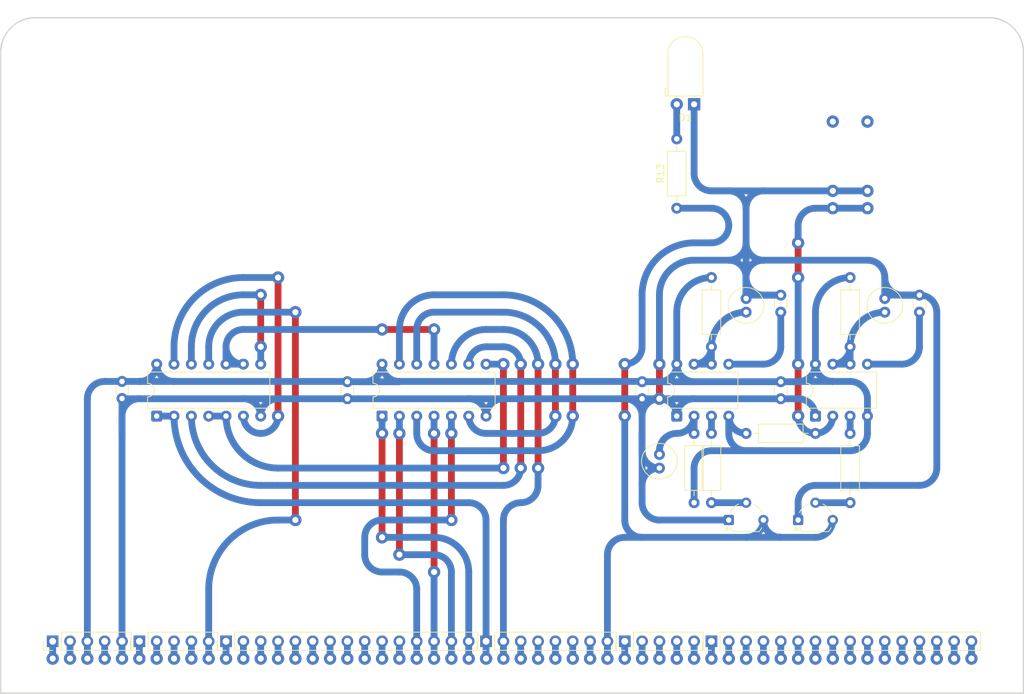
<source format=kicad_pcb>
(kicad_pcb (version 20241229) (generator "pcbnew") (generator_version "9.0")
  (layers (0 "F.Cu" signal) (2 "B.Cu" signal) (13 "F.Paste" user) (15 "B.Paste" user) (5 "F.SilkS" user "F.Silkscreen") (7 "B.SilkS" user "B.Silkscreen") (1 "F.Mask" user) (3 "B.Mask" user) (25 "Edge.Cuts" user))
  (net 0 "")
  (net 1 "GND")
  (net 2 "+5V")
  (net 3 "Net-(U1-DIS)")
  (net 4 "Net-(U1-CV)")
  (net 5 "Net-(U1-TR)")
  (net 6 "Net-(U2-DIS)")
  (net 7 "Net-(U2-CV)")
  (net 8 "unconnected-(J1-Pin_5-Pad5)")
  (net 9 "unconnected-(J1-Pin_4-Pad4)")
  (net 10 "{slash}RESET")
  (net 11 "unconnected-(J1-Pin_3-Pad3)")
  (net 12 "unconnected-(J1-Pin_6-Pad6)")
  (net 13 "/{slash}MEMIN")
  (net 14 "/DBIN")
  (net 15 "unconnected-(J1-Pin_7-Pad7)")
  (net 16 "/AD9")
  (net 17 "/AD5")
  (net 18 "/AD1")
  (net 19 "/AD8")
  (net 20 "/AD6")
  (net 21 "/AD7")
  (net 22 "/AD2")
  (net 23 "/AD12")
  (net 24 "/AD15")
  (net 25 "/AD4")
  (net 26 "/AD11")
  (net 27 "/AD14")
  (net 28 "/AD13")
  (net 29 "/AD3")
  (net 30 "/AD10")
  (net 31 "/DA2")
  (net 32 "/DA1")
  (net 33 "/DA11")
  (net 34 "/DA9")
  (net 35 "/DA7")
  (net 36 "/DA0")
  (net 37 "/DA12")
  (net 38 "/DA14")
  (net 39 "/DA4")
  (net 40 "/DA10")
  (net 41 "/DA3")
  (net 42 "/DA15")
  (net 43 "/DA5")
  (net 44 "/DA13")
  (net 45 "/DA8")
  (net 46 "/DA6")
  (net 47 "unconnected-(J4-Pin_3-Pad3)")
  (net 48 "unconnected-(J4-Pin_4-Pad4)")
  (net 49 "unconnected-(J4-Pin_1-Pad1)")
  (net 50 "unconnected-(J4-Pin_2-Pad2)")
  (net 51 "unconnected-(J4-Pin_5-Pad5)")
  (net 52 "-12V")
  (net 53 "-5V")
  (net 54 "+12V")
  (net 55 "unconnected-(J7-Pin_3-Pad3)")
  (net 56 "unconnected-(J7-Pin_1-Pad1)")
  (net 57 "unconnected-(J7-Pin_4-Pad4)")
  (net 58 "Net-(J7-Pin_5)")
  (net 59 "unconnected-(J7-Pin_2-Pad2)")
  (net 60 "Net-(Q1-B)")
  (net 61 "Net-(Q2-B)")
  (net 62 "Net-(U1-Q)")
  (net 63 "Net-(U2-TR)")
  (net 64 "Net-(U2-Q)")
  (net 65 "Net-(U3-Pad13)")
  (net 66 "Net-(U3-Pad12)")
  (net 67 "Net-(U3-Pad9)")
  (net 68 "Net-(U3-Pad8)")
  (net 69 "Net-(U3-Pad11)")
  (net 70 "Net-(U4-Pad12)")
  (net 71 "Net-(U4-Pad13)")
  (net 72 "Net-(D1-A)")
  (footprint "Capacitor_THT:C_Radial_D5.0mm_H11.0mm_P2.00mm" (layer "F.Cu") (at 182.88 88.9 90)
    (property "Reference" "C7" (hide yes))
    (property "Value" "22uF")
  )
  (footprint "Resistor_THT:R_Axial_DIN0207_L6.3mm_D2.5mm_P10.16mm_Horizontal" (layer "F.Cu") (at 157.48 83.82 -90)
    (property "Reference" "R7" (hide yes))
    (property "Value" "33k")
  )
  (footprint "Package_DIP:DIP-14_W7.62mm" (layer "F.Cu") (at 76.2 104.14 90)
    (property "Reference" "U4" (hide yes))
    (property "Value" "74LS00")
  )
  (footprint "Capacitor_THT:C_Radial_D5.0mm_H11.0mm_P2.00mm" (layer "F.Cu") (at 162.56 88.9 90)
    (property "Reference" "C3" (hide yes))
    (property "Value" "22uF")
  )
  (footprint "Capacitor_THT:C_Disc_D3.0mm_W1.6mm_P2.50mm" (layer "F.Cu") (at 187.96 88.9 90)
    (property "Reference" "C8" (hide yes))
    (property "Value" "C" (hide yes))
  )
  (footprint "Package_TO_SOT_THT:TO-92L_Wide" (layer "F.Cu") (at 160.02 119.38)
    (property "Reference" "Q1" (hide yes))
    (property "Value" "2N3904")
  )
  (footprint "Capacitor_THT:C_Disc_D3.0mm_W1.6mm_P2.50mm" (layer "F.Cu") (at 104.14 99.1 -90)
    (property "Reference" "C2" (hide yes))
    (property "Value" "C" (hide yes))
  )
  (footprint "Resistor_THT:R_Axial_DIN0207_L6.3mm_D2.5mm_P10.16mm_Horizontal" (layer "F.Cu") (at 157.48 116.84 90)
    (property "Reference" "R9" (hide yes))
    (property "Value" "10k")
  )
  (footprint "Package_DIP:DIP-8_W7.62mm" (layer "F.Cu") (at 172.72 104.14 90)
    (property "Reference" "U2" (hide yes))
    (property "Value" "NE555P")
  )
  (footprint "Connector_PinHeader_2.54mm:PinHeader_1x05_P2.54mm_Vertical" (layer "F.Cu") (at 73.66 137.16 90)
    (property "Reference" "J7" (hide yes))
    (property "Value" "Conn_01x05_Pin" (hide yes))
  )
  (footprint "Connector_PinHeader_2.54mm:PinHeader_1x16_P2.54mm_Vertical" (layer "F.Cu") (at 157.48 137.16 90)
    (property "Reference" "J3" (hide yes))
    (property "Value" "Conn_01x16_Pin" (hide yes))
  )
  (footprint "Resistor_THT:R_Axial_DIN0207_L6.3mm_D2.5mm_P10.16mm_Horizontal" (layer "F.Cu") (at 162.56 106.68)
    (property "Reference" "R11" (hide yes))
    (property "Value" "10k")
  )
  (footprint "Capacitor_THT:C_Disc_D3.0mm_W1.6mm_P2.50mm" (layer "F.Cu") (at 71.12 99.06 -90)
    (property "Reference" "C1" (hide yes))
    (property "Value" "C" (hide yes))
  )
  (footprint "Connector_PinHeader_2.54mm:PinHeader_1x08_P2.54mm_Vertical" (layer "F.Cu") (at 124.46 137.16 90)
    (property "Reference" "J1" (hide yes))
    (property "Value" "Conn_01x08_Pin" (hide yes))
  )
  (footprint "Resistor_THT:R_Axial_DIN0207_L6.3mm_D2.5mm_P10.16mm_Horizontal" (layer "F.Cu") (at 154.94 116.84 90)
    (property "Reference" "R8" (hide yes))
    (property "Value" "10k")
  )
  (footprint "Package_DIP:DIP-8_W7.62mm" (layer "F.Cu") (at 152.4 104.14 90)
    (property "Reference" "U1" (hide yes))
    (property "Value" "NE555P")
  )
  (footprint "Capacitor_THT:C_Disc_D3.0mm_W1.6mm_P2.50mm" (layer "F.Cu") (at 167.64 99.1 -90)
    (property "Reference" "C9" (hide yes))
    (property "Value" "C" (hide yes))
  )
  (footprint "Package_DIP:DIP-14_W7.62mm" (layer "F.Cu") (at 109.22 104.14 90)
    (property "Reference" "U3" (hide yes))
    (property "Value" "74LS32")
  )
  (footprint "Resistor_THT:R_Axial_DIN0207_L6.3mm_D2.5mm_P10.16mm_Horizontal" (layer "F.Cu") (at 177.8 116.84 90)
    (property "Reference" "R12" (hide yes))
    (property "Value" "10k")
  )
  (footprint "Package_TO_SOT_THT:TO-92L_Wide" (layer "F.Cu") (at 170.18 119.38)
    (property "Reference" "Q2" (hide yes))
    (property "Value" "2N3904")
  )
  (footprint "Capacitor_THT:C_Radial_D5.0mm_H11.0mm_P2.00mm" (layer "F.Cu") (at 149.86 109.76 -90)
    (property "Reference" "C5" (hide yes))
    (property "Value" "22uF")
  )
  (footprint "Resistor_THT:R_Axial_DIN0207_L6.3mm_D2.5mm_P10.16mm_Horizontal" (layer "F.Cu") (at 152.4 73.66 90)
    (property "Reference" "R13")
    (property "Value" "10k")
  )
  (footprint "Connector_PinHeader_2.54mm:PinHeader_1x05_P2.54mm_Vertical" (layer "F.Cu") (at 60.96 137.16 90)
    (property "Reference" "J5" (hide yes))
    (property "Value" "Conn_01x05_Pin" (hide yes))
  )
  (footprint "LED_THT:LED_D5.0mm_Horizontal_O1.27mm_Z3.0mm" (layer "F.Cu") (at 154.94 58.42 180)
    (property "Reference" "D1")
    (property "Value" "LED")
  )
  (footprint "Capacitor_THT:C_Disc_D3.0mm_W1.6mm_P2.50mm" (layer "F.Cu") (at 167.64 88.9 90)
    (property "Reference" "C4" (hide yes))
    (property "Value" "C" (hide yes))
  )
  (footprint "Connector_PinHeader_2.54mm:PinHeader_1x15_P2.54mm_Vertical" (layer "F.Cu") (at 86.36 137.16 90)
    (property "Reference" "J2" (hide yes))
    (property "Value" "Conn_01x15_Pin" (hide yes))
  )
  (footprint "User:SW_Push_Double" (layer "F.Cu") (at 175.26 73.66)
    (property "Reference" "SW1" (hide yes))
    (property "Value" "SW_Double_Push" (hide yes))
  )
  (footprint "Resistor_THT:R_Axial_DIN0207_L6.3mm_D2.5mm_P10.16mm_Horizontal" (layer "F.Cu") (at 177.8 83.82 -90)
    (property "Reference" "R10" (hide yes))
    (property "Value" "33k")
  )
  (footprint "Capacitor_THT:C_Disc_D3.0mm_W1.6mm_P2.50mm" (layer "F.Cu") (at 147.32 99.1 -90)
    (property "Reference" "C6" (hide yes))
    (property "Value" "C" (hide yes))
  )
  (footprint "Connector_PinHeader_2.54mm:PinHeader_1x05_P2.54mm_Vertical" (layer "F.Cu") (at 144.78 137.16 90)
    (property "Reference" "J4" (hide yes))
    (property "Value" "Conn_01x05_Pin" (hide yes))
  )
  (gr_line (start 53.34 144.78) (end 203.2 144.78) (stroke (width 0.2)) (layer "Edge.Cuts"))
  (gr_arc (start 198.12 45.72) (mid 201.712102 47.207898) (end 203.2 50.8) (stroke (width 0.2)) (layer "Edge.Cuts"))
  (gr_arc (start 53.34 50.8) (mid 54.827898 47.207898) (end 58.42 45.72) (stroke (width 0.2)) (layer "Edge.Cuts"))
  (gr_line (start 203.2 144.78) (end 203.2 50.8) (stroke (width 0.2)) (layer "Edge.Cuts"))
  (gr_line (start 198.12 45.72) (end 58.42 45.72) (stroke (width 0.2)) (layer "Edge.Cuts"))
  (gr_line (start 53.34 50.8) (end 53.34 144.78) (stroke (width 0.2)) (layer "Edge.Cuts"))
  (segment (start 149.86 96.52) (end 149.86 101.6) (width 1) (layer "F.Cu") (net 1))
  (via (at 71.12 139.7) (size 1.8) (drill 0.9) (layers "F.Cu" "B.Cu") (net 1))
  (via (at 149.86 96.52) (size 1.8) (drill 0.9) (layers "F.Cu" "B.Cu") (net 1))
  (via (at 149.86 101.6) (size 1.8) (drill 0.9) (layers "F.Cu" "B.Cu") (net 1))
  (segment (start 147.32 114.3) (end 147.32 106.68) (width 1) (layer "B.Cu") (net 1))
  (segment (start 88.9 101.6) (end 73.66 101.6) (width 1) (layer "B.Cu") (net 1))
  (segment (start 165.1 71.12) (end 157.48 71.12) (width 1) (layer "B.Cu") (net 1))
  (segment (start 180.34 81.28) (end 165.1 81.28) (width 1) (layer "B.Cu") (net 1))
  (segment (start 162.56 83.82) (end 162.56 86.9) (width 1) (layer "B.Cu") (net 1))
  (segment (start 121.92 101.6) (end 104.14 101.6) (width 1) (layer "B.Cu") (net 1))
  (segment (start 167.64 101.6) (end 154.94 101.6) (width 1) (layer "B.Cu") (net 1))
  (segment (start 175.26 73.66) (end 180.34 73.66) (width 1) (layer "B.Cu") (net 1))
  (segment (start 71.12 101.56) (end 71.12 106.68) (width 1) (layer "B.Cu") (net 1))
  (segment (start 162.56 73.66) (end 162.56 78.74) (width 1) (layer "B.Cu") (net 1))
  (segment (start 160.02 71.12) (end 157.48 71.12) (width 1) (layer "B.Cu") (net 1))
  (segment (start 172.72 114.3) (end 177.8 114.3) (width 1) (layer "B.Cu") (net 1))
  (segment (start 160.02 81.28) (end 154.94 81.28) (width 1) (layer "B.Cu") (net 1))
  (segment (start 147.32 106.68) (end 147.32 104.14) (width 1) (layer "B.Cu") (net 1))
  (segment (start 167.64 86.4) (end 163.06 86.4) (width 1) (layer "B.Cu") (net 1))
  (segment (start 149.86 86.36) (end 149.86 96.52) (width 1) (layer "B.Cu") (net 1))
  (segment (start 71.12 139.7) (end 71.12 106.68) (width 1) (layer "B.Cu") (net 1))
  (segment (start 185.46 86.4) (end 188 86.4) (width 1) (layer "B.Cu") (net 1))
  (segment (start 127 101.6) (end 121.92 101.6) (width 1) (layer "B.Cu") (net 1))
  (segment (start 162.56 78.74) (end 162.56 86.36) (width 1) (layer "B.Cu") (net 1))
  (segment (start 71.12 104.14) (end 71.12 106.68) (width 1) (layer "B.Cu") (net 1))
  (segment (start 162.56 86.36) (end 162.56 83.82) (width 1) (layer "B.Cu") (net 1))
  (segment (start 180.34 71.12) (end 175.26 71.12) (width 1) (layer "B.Cu") (net 1))
  (segment (start 190.5 88.9) (end 190.5 111.76) (width 1) (layer "B.Cu") (net 1))
  (segment (start 182.88 86.9) (end 182.88 83.82) (width 1) (layer "B.Cu") (net 1))
  (segment (start 147.32 109.22) (end 147.32 106.68) (width 1) (layer "B.Cu") (net 1))
  (segment (start 144.78 101.6) (end 127 101.6) (width 1) (layer "B.Cu") (net 1))
  (segment (start 147.32 114.3) (end 147.32 116.84) (width 1) (layer "B.Cu") (net 1))
  (segment (start 162.56 86.36) (end 162.56 86.9) (width 1) (layer "B.Cu") (net 1))
  (segment (start 177.8 114.3) (end 180.34 114.3) (width 1) (layer "B.Cu") (net 1))
  (segment (start 154.94 101.6) (end 149.86 101.6) (width 1) (layer "B.Cu") (net 1))
  (segment (start 167.64 86.4) (end 165.14 86.4) (width 1) (layer "B.Cu") (net 1))
  (segment (start 187.96 86.4) (end 183.38 86.4) (width 1) (layer "B.Cu") (net 1))
  (segment (start 149.86 101.6) (end 147.32 101.6) (width 1) (layer "B.Cu") (net 1))
  (segment (start 73.66 101.6) (end 71.16 101.6) (width 1) (layer "B.Cu") (net 1))
  (segment (start 93.98 101.6) (end 88.9 101.6) (width 1) (layer "B.Cu") (net 1))
  (segment (start 175.26 71.12) (end 165.1 71.12) (width 1) (layer "B.Cu") (net 1))
  (segment (start 147.32 101.6) (end 144.78 101.6) (width 1) (layer "B.Cu") (net 1))
  (segment (start 104.14 101.6) (end 93.98 101.6) (width 1) (layer "B.Cu") (net 1))
  (segment (start 167.64 86.4) (end 167.68 86.4) (width 1) (layer "B.Cu") (net 1))
  (segment (start 187.96 86.4) (end 185.46 86.4) (width 1) (layer "B.Cu") (net 1))
  (segment (start 170.18 119.38) (end 170.18 116.84) (width 1) (layer "B.Cu") (net 1))
  (segment (start 149.86 119.38) (end 160.02 119.38) (width 1) (layer "B.Cu") (net 1))
  (segment (start 187.96 114.3) (end 177.8 114.3) (width 1) (layer "B.Cu") (net 1))
  (segment (start 154.94 68.58) (end 154.94 58.42) (width 1) (layer "B.Cu") (net 1))
  (segment (start 170.18 101.6) (end 167.64 101.6) (width 1) (layer "B.Cu") (net 1))
  (arc (start 188 86.4) (mid 189.767767 87.132233) (end 190.5 88.9) (width 1) (layer "B.Cu") (net 1))
  (arc (start 149.86 111.76) (mid 148.063949 112.503949) (end 147.32 114.3) (width 1) (layer "B.Cu") (net 1))
  (arc (start 91.44 104.14) (mid 90.696051 102.343949) (end 88.9 101.6) (width 1) (layer "B.Cu") (net 1))
  (arc (start 162.56 73.66) (mid 161.816051 71.863949) (end 160.02 71.12) (width 1) (layer "B.Cu") (net 1))
  (arc (start 127 101.6) (mid 125.203949 102.343949) (end 124.46 104.14) (width 1) (layer "B.Cu") (net 1))
  (arc (start 160.02 81.28) (mid 161.816051 80.536051) (end 162.56 78.74) (width 1) (layer "B.Cu") (net 1))
  (arc (start 190.5 111.76) (mid 189.756051 113.556051) (end 187.96 114.3) (width 1) (layer "B.Cu") (net 1))
  (arc (start 182.88 83.82) (mid 182.136051 82.023949) (end 180.34 81.28) (width 1) (layer "B.Cu") (net 1))
  (arc (start 183.38 86.4) (mid 183.026447 86.546447) (end 182.88 86.9) (width 1) (layer "B.Cu") (net 1))
  (arc (start 185.46 86.4) (mid 183.635665 85.644335) (end 182.88 83.82) (width 1) (layer "B.Cu") (net 1))
  (arc (start 149.86 111.76) (mid 148.063949 111.016051) (end 147.32 109.22) (width 1) (layer "B.Cu") (net 1))
  (arc (start 93.98 101.6) (mid 92.183949 102.343949) (end 91.44 104.14) (width 1) (layer "B.Cu") (net 1))
  (arc (start 170.18 116.84) (mid 170.923949 115.043949) (end 172.72 114.3) (width 1) (layer "B.Cu") (net 1))
  (arc (start 162.56 83.82) (mid 161.816051 82.023949) (end 160.02 81.28) (width 1) (layer "B.Cu") (net 1))
  (arc (start 147.32 116.84) (mid 148.063949 118.636051) (end 149.86 119.38) (width 1) (layer "B.Cu") (net 1))
  (arc (start 157.48 71.12) (mid 155.683949 70.376051) (end 154.94 68.58) (width 1) (layer "B.Cu") (net 1))
  (arc (start 71.16 101.6) (mid 71.131716 101.588284) (end 71.12 101.56) (width 1) (layer "B.Cu") (net 1))
  (arc (start 149.86 101.6) (mid 148.063949 102.343949) (end 147.32 104.14) (width 1) (layer "B.Cu") (net 1))
  (arc (start 165.1 81.28) (mid 163.303949 80.536051) (end 162.56 78.74) (width 1) (layer "B.Cu") (net 1))
  (arc (start 154.94 81.28) (mid 151.347898 82.767898) (end 149.86 86.36) (width 1) (layer "B.Cu") (net 1))
  (arc (start 163.06 86.4) (mid 162.706447 86.546447) (end 162.56 86.9) (width 1) (layer "B.Cu") (net 1))
  (arc (start 154.94 101.6) (mid 153.143949 102.343949) (end 152.4 104.14) (width 1) (layer "B.Cu") (net 1))
  (arc (start 165.14 86.4) (mid 163.315665 85.644335) (end 162.56 83.82) (width 1) (layer "B.Cu") (net 1))
  (arc (start 165.1 71.12) (mid 163.303949 71.863949) (end 162.56 73.66) (width 1) (layer "B.Cu") (net 1))
  (arc (start 73.66 101.6) (mid 71.863949 102.343949) (end 71.12 104.14) (width 1) (layer "B.Cu") (net 1))
  (arc (start 172.72 104.14) (mid 171.976051 102.343949) (end 170.18 101.6) (width 1) (layer "B.Cu") (net 1))
  (arc (start 124.46 104.14) (mid 123.716051 102.343949) (end 121.92 101.6) (width 1) (layer "B.Cu") (net 1))
  (arc (start 152.4 104.14) (mid 151.656051 102.343949) (end 149.86 101.6) (width 1) (layer "B.Cu") (net 1))
  (arc (start 147.32 104.14) (mid 146.576051 102.343949) (end 144.78 101.6) (width 1) (layer "B.Cu") (net 1))
  (arc (start 165.1 81.28) (mid 163.303949 82.023949) (end 162.56 83.82) (width 1) (layer "B.Cu") (net 1))
  (via (at 66.04 139.7) (size 1.8) (drill 0.9) (layers "F.Cu" "B.Cu") (net 2))
  (segment (start 68.58 99.06) (end 71.12 99.06) (width 1) (layer "B.Cu") (net 2))
  (segment (start 66.04 139.7) (end 66.04 101.6) (width 1) (layer "B.Cu") (net 2))
  (segment (start 104.14 99.1) (end 106.64 99.1) (width 1) (layer "B.Cu") (net 2))
  (segment (start 180.34 104.14) (end 180.34 106.68) (width 1) (layer "B.Cu") (net 2))
  (segment (start 71.12 99.06) (end 73.66 99.06) (width 1) (layer "B.Cu") (net 2))
  (segment (start 152.4 88.9) (end 152.4 96.52) (width 1) (layer "B.Cu") (net 2))
  (segment (start 154.98 99.1) (end 149.82 99.1) (width 1) (layer "B.Cu") (net 2))
  (segment (start 111.76 99.06) (end 147.28 99.06) (width 1) (layer "B.Cu") (net 2))
  (segment (start 106.64 99.1) (end 111.72 99.1) (width 1) (layer "B.Cu") (net 2))
  (segment (start 180.34 101.6) (end 180.34 104.14) (width 1) (layer "B.Cu") (net 2))
  (segment (start 160.02 106.68) (end 160.02 104.14) (width 1) (layer "B.Cu") (net 2))
  (segment (start 73.66 99.06) (end 78.74 99.06) (width 1) (layer "B.Cu") (net 2))
  (segment (start 78.74 99.06) (end 104.1 99.06) (width 1) (layer "B.Cu") (net 2))
  (segment (start 172.72 88.9) (end 172.72 96.52) (width 1) (layer "B.Cu") (net 2))
  (segment (start 154.98 99.1) (end 167.64 99.1) (width 1) (layer "B.Cu") (net 2))
  (segment (start 177.8 109.22) (end 165.1 109.22) (width 1) (layer "B.Cu") (net 2))
  (segment (start 175.26 99.06) (end 177.8 99.06) (width 1) (layer "B.Cu") (net 2))
  (segment (start 167.64 99.1) (end 170.14 99.1) (width 1) (layer "B.Cu") (net 2))
  (segment (start 175.26 99.06) (end 170.18 99.06) (width 1) (layer "B.Cu") (net 2))
  (segment (start 154.94 116.84) (end 154.94 111.76) (width 1) (layer "B.Cu") (net 2))
  (segment (start 157.48 109.22) (end 165.1 109.22) (width 1) (layer "B.Cu") (net 2))
  (segment (start 147.32 99.1) (end 149.82 99.1) (width 1) (layer "B.Cu") (net 2))
  (segment (start 165.1 109.22) (end 162.56 109.22) (width 1) (layer "B.Cu") (net 2))
  (arc (start 170.14 99.1) (mid 171.964335 98.344335) (end 172.72 96.52) (width 1) (layer "B.Cu") (net 2))
  (arc (start 170.18 99.06) (mid 170.151716 99.071716) (end 170.14 99.1) (width 1) (layer "B.Cu") (net 2))
  (arc (start 154.94 111.76) (mid 155.683949 109.963949) (end 157.48 109.22) (width 1) (layer "B.Cu") (net 2))
  (arc (start 104.1 99.06) (mid 104.128284 99.071716) (end 104.14 99.1) (width 1) (layer "B.Cu") (net 2))
  (arc (start 180.34 106.68) (mid 179.596051 108.476051) (end 177.8 109.22) (width 1) (layer "B.Cu") (net 2))
  (arc (start 149.82 99.1) (mid 151.644335 98.344335) (end 152.4 96.52) (width 1) (layer "B.Cu") (net 2))
  (arc (start 162.56 106.68) (mid 160.763949 105.936051) (end 160.02 104.14) (width 1) (layer "B.Cu") (net 2))
  (arc (start 147.28 99.06) (mid 147.308284 99.071716) (end 147.32 99.1) (width 1) (layer "B.Cu") (net 2))
  (arc (start 152.4 96.52) (mid 153.155665 98.344335) (end 154.98 99.1) (width 1) (layer "B.Cu") (net 2))
  (arc (start 157.48 83.82) (mid 153.887898 85.307898) (end 152.4 88.9) (width 1) (layer "B.Cu") (net 2))
  (arc (start 76.2 96.52) (mid 76.943949 98.316051) (end 78.74 99.06) (width 1) (layer "B.Cu") (net 2))
  (arc (start 162.56 109.22) (mid 160.763949 108.476051) (end 160.02 106.68) (width 1) (layer "B.Cu") (net 2))
  (arc (start 177.8 99.06) (mid 179.596051 99.803949) (end 180.34 101.6) (width 1) (layer "B.Cu") (net 2))
  (arc (start 177.8 83.82) (mid 174.207898 85.307898) (end 172.72 88.9) (width 1) (layer "B.Cu") (net 2))
  (arc (start 66.04 101.6) (mid 66.783949 99.803949) (end 68.58 99.06) (width 1) (layer "B.Cu") (net 2))
  (arc (start 109.22 96.52) (mid 109.963949 98.316051) (end 111.76 99.06) (width 1) (layer "B.Cu") (net 2))
  (arc (start 172.72 96.52) (mid 173.463949 98.316051) (end 175.26 99.06) (width 1) (layer "B.Cu") (net 2))
  (arc (start 111.72 99.1) (mid 111.748284 99.088284) (end 111.76 99.06) (width 1) (layer "B.Cu") (net 2))
  (arc (start 106.64 99.1) (mid 108.464335 98.344335) (end 109.22 96.52) (width 1) (layer "B.Cu") (net 2))
  (arc (start 73.66 99.06) (mid 75.456051 98.316051) (end 76.2 96.52) (width 1) (layer "B.Cu") (net 2))
  (segment (start 154.94 96.52) (end 157.48 96.52) (width 1) (layer "B.Cu") (net 3))
  (segment (start 157.48 93.98) (end 157.48 96.52) (width 1) (layer "B.Cu") (net 3))
  (arc (start 154.94 96.52) (mid 156.736051 95.776051) (end 157.48 93.98) (width 1) (layer "B.Cu") (net 3))
  (arc (start 162.56 88.9) (mid 158.967898 90.387898) (end 157.48 93.98) (width 1) (layer "B.Cu") (net 3))
  (segment (start 167.64 93.98) (end 167.64 88.9) (width 1) (layer "B.Cu") (net 4))
  (segment (start 160.02 96.52) (end 165.1 96.52) (width 1) (layer "B.Cu") (net 4))
  (arc (start 165.1 96.52) (mid 166.896051 95.776051) (end 167.64 93.98) (width 1) (layer "B.Cu") (net 4))
  (segment (start 154.94 106.68) (end 154.94 104.14) (width 1) (layer "B.Cu") (net 5))
  (segment (start 149.86 109.76) (end 149.86 109.22) (width 1) (layer "B.Cu") (net 5))
  (arc (start 152.4 106.68) (mid 154.196051 105.936051) (end 154.94 104.14) (width 1) (layer "B.Cu") (net 5))
  (arc (start 149.86 109.22) (mid 150.603949 107.423949) (end 152.4 106.68) (width 1) (layer "B.Cu") (net 5))
  (segment (start 175.26 96.52) (end 177.8 96.52) (width 1) (layer "B.Cu") (net 6))
  (segment (start 177.8 93.98) (end 177.8 96.52) (width 1) (layer "B.Cu") (net 6))
  (arc (start 175.26 96.52) (mid 177.056051 95.776051) (end 177.8 93.98) (width 1) (layer "B.Cu") (net 6))
  (arc (start 182.88 88.9) (mid 179.287898 90.387898) (end 177.8 93.98) (width 1) (layer "B.Cu") (net 6))
  (segment (start 180.34 96.52) (end 185.42 96.52) (width 1) (layer "B.Cu") (net 7))
  (segment (start 187.96 93.98) (end 187.96 88.9) (width 1) (layer "B.Cu") (net 7))
  (arc (start 185.42 96.52) (mid 187.216051 95.776051) (end 187.96 93.98) (width 1) (layer "B.Cu") (net 7))
  (via (at 134.62 139.7) (size 1.8) (drill 0.9) (layers "F.Cu" "B.Cu") (net 8))
  (segment (start 134.62 139.7) (end 134.62 137.16) (width 1) (layer "B.Cu") (net 8))
  (via (at 132.08 139.7) (size 1.8) (drill 0.9) (layers "F.Cu" "B.Cu") (net 9))
  (segment (start 132.08 139.7) (end 132.08 137.16) (width 1) (layer "B.Cu") (net 9))
  (segment (start 144.78 96.52) (end 144.78 104.14) (width 1) (layer "F.Cu") (net 10))
  (via (at 142.24 139.7) (size 1.8) (drill 0.9) (layers "F.Cu" "B.Cu") (net 10))
  (via (at 144.78 96.52) (size 1.8) (drill 0.9) (layers "F.Cu" "B.Cu") (net 10))
  (via (at 144.78 104.14) (size 1.8) (drill 0.9) (layers "F.Cu" "B.Cu") (net 10))
  (segment (start 144.78 121.92) (end 147.32 121.92) (width 1) (layer "B.Cu") (net 10))
  (segment (start 147.32 121.92) (end 162.56 121.92) (width 1) (layer "B.Cu") (net 10))
  (segment (start 162.56 121.92) (end 167.64 121.92) (width 1) (layer "B.Cu") (net 10))
  (segment (start 167.64 121.92) (end 172.72 121.92) (width 1) (layer "B.Cu") (net 10))
  (segment (start 147.32 86.36) (end 147.32 93.98) (width 1) (layer "B.Cu") (net 10))
  (segment (start 142.24 139.7) (end 142.24 124.46) (width 1) (layer "B.Cu") (net 10))
  (segment (start 157.48 78.74) (end 154.94 78.74) (width 1) (layer "B.Cu") (net 10))
  (segment (start 152.4 73.66) (end 157.48 73.66) (width 1) (layer "B.Cu") (net 10))
  (segment (start 144.78 104.14) (end 144.78 119.38) (width 1) (layer "B.Cu") (net 10))
  (arc (start 160.02 76.2) (mid 159.276051 77.996051) (end 157.48 78.74) (width 1) (layer "B.Cu") (net 10))
  (arc (start 162.56 121.92) (mid 164.356051 121.176051) (end 165.1 119.38) (width 1) (layer "B.Cu") (net 10))
  (arc (start 147.32 93.98) (mid 146.576051 95.776051) (end 144.78 96.52) (width 1) (layer "B.Cu") (net 10))
  (arc (start 144.78 119.38) (mid 145.523949 121.176051) (end 147.32 121.92) (width 1) (layer "B.Cu") (net 10))
  (arc (start 142.24 124.46) (mid 142.983949 122.663949) (end 144.78 121.92) (width 1) (layer "B.Cu") (net 10))
  (arc (start 172.72 121.92) (mid 174.516051 121.176051) (end 175.26 119.38) (width 1) (layer "B.Cu") (net 10))
  (arc (start 154.94 78.74) (mid 149.551846 80.971846) (end 147.32 86.36) (width 1) (layer "B.Cu") (net 10))
  (arc (start 157.48 73.66) (mid 159.276051 74.403949) (end 160.02 76.2) (width 1) (layer "B.Cu") (net 10))
  (arc (start 165.1 119.38) (mid 165.843949 121.176051) (end 167.64 121.92) (width 1) (layer "B.Cu") (net 10))
  (via (at 129.54 139.7) (size 1.8) (drill 0.9) (layers "F.Cu" "B.Cu") (net 11))
  (segment (start 129.54 139.7) (end 129.54 137.16) (width 1) (layer "B.Cu") (net 11))
  (via (at 137.16 139.7) (size 1.8) (drill 0.9) (layers "F.Cu" "B.Cu") (net 12))
  (segment (start 137.16 139.7) (end 137.16 137.16) (width 1) (layer "B.Cu") (net 12))
  (segment (start 132.08 111.76) (end 132.08 96.52) (width 1) (layer "F.Cu") (net 13))
  (via (at 132.08 111.76) (size 1.8) (drill 0.9) (layers "F.Cu" "B.Cu") (net 13))
  (via (at 127 139.7) (size 1.8) (drill 0.9) (layers "F.Cu" "B.Cu") (net 13))
  (via (at 132.08 96.52) (size 1.8) (drill 0.9) (layers "F.Cu" "B.Cu") (net 13))
  (segment (start 132.078395 111.761605) (end 132.078395 111.902553) (width 1) (layer "B.Cu") (net 13))
  (segment (start 132.08 111.76) (end 132.078395 111.761605) (width 1) (layer "B.Cu") (net 13))
  (segment (start 127 119.38) (end 127 139.7) (width 1) (layer "B.Cu") (net 13))
  (segment (start 132.08 111.76) (end 132.08 114.3) (width 1) (layer "B.Cu") (net 13))
  (segment (start 127 91.44) (end 124.46 91.44) (width 1) (layer "B.Cu") (net 13))
  (arc (start 124.46 91.44) (mid 120.867898 92.927898) (end 119.38 96.52) (width 1) (layer "B.Cu") (net 13))
  (arc (start 129.54 116.84) (mid 127.743949 117.583949) (end 127 119.38) (width 1) (layer "B.Cu") (net 13))
  (arc (start 132.08 96.52) (mid 130.592102 92.927898) (end 127 91.44) (width 1) (layer "B.Cu") (net 13))
  (arc (start 132.08 114.3) (mid 131.336051 116.096051) (end 129.54 116.84) (width 1) (layer "B.Cu") (net 13))
  (via (at 124.46 139.7) (size 1.8) (drill 0.9) (layers "F.Cu" "B.Cu") (net 14))
  (segment (start 124.46 119.38) (end 124.46 139.7) (width 1) (layer "B.Cu") (net 14))
  (segment (start 76.2 104.14) (end 78.74 104.14) (width 1) (layer "B.Cu") (net 14))
  (segment (start 91.44 116.84) (end 121.92 116.84) (width 1) (layer "B.Cu") (net 14))
  (arc (start 121.92 116.84) (mid 123.716051 117.583949) (end 124.46 119.38) (width 1) (layer "B.Cu") (net 14))
  (arc (start 91.44 116.84) (mid 82.459744 113.120256) (end 78.74 104.14) (width 1) (layer "B.Cu") (net 14))
  (via (at 139.7 139.7) (size 1.8) (drill 0.9) (layers "F.Cu" "B.Cu") (net 15))
  (segment (start 139.7 139.7) (end 139.7 137.16) (width 1) (layer "B.Cu") (net 15))
  (via (at 106.68 139.7) (size 1.8) (drill 0.9) (layers "F.Cu" "B.Cu") (net 16))
  (segment (start 106.68 139.7) (end 106.68 137.16) (width 1) (layer "B.Cu") (net 16))
  (via (at 96.52 139.7) (size 1.8) (drill 0.9) (layers "F.Cu" "B.Cu") (net 17))
  (segment (start 96.52 139.7) (end 96.52 137.16) (width 1) (layer "B.Cu") (net 17))
  (via (at 86.36 139.7) (size 1.8) (drill 0.9) (layers "F.Cu" "B.Cu") (net 18))
  (segment (start 86.36 139.7) (end 86.36 137.16) (width 1) (layer "B.Cu") (net 18))
  (via (at 104.14 139.7) (size 1.8) (drill 0.9) (layers "F.Cu" "B.Cu") (net 19))
  (segment (start 104.14 139.7) (end 104.14 137.16) (width 1) (layer "B.Cu") (net 19))
  (via (at 99.06 139.7) (size 1.8) (drill 0.9) (layers "F.Cu" "B.Cu") (net 20))
  (segment (start 99.06 137.16) (end 99.06 139.7) (width 1) (layer "B.Cu") (net 20))
  (via (at 101.6 139.7) (size 1.8) (drill 0.9) (layers "F.Cu" "B.Cu") (net 21))
  (segment (start 101.6 139.7) (end 101.6 137.16) (width 1) (layer "B.Cu") (net 21))
  (via (at 88.9 139.7) (size 1.8) (drill 0.9) (layers "F.Cu" "B.Cu") (net 22))
  (segment (start 88.9 139.7) (end 88.9 137.16) (width 1) (layer "B.Cu") (net 22))
  (segment (start 119.38 106.68) (end 119.38 119.38) (width 1) (layer "F.Cu") (net 23))
  (via (at 114.3 139.7) (size 1.8) (drill 0.9) (layers "F.Cu" "B.Cu") (net 23))
  (via (at 119.38 119.38) (size 1.8) (drill 0.9) (layers "F.Cu" "B.Cu") (net 23))
  (via (at 119.38 106.68) (size 1.8) (drill 0.9) (layers "F.Cu" "B.Cu") (net 23))
  (segment (start 119.38 104.14) (end 119.38 106.68) (width 1) (layer "B.Cu") (net 23))
  (segment (start 119.38 119.38) (end 109.22 119.38) (width 1) (layer "B.Cu") (net 23))
  (segment (start 106.68 124.46) (end 106.68 121.92) (width 1) (layer "B.Cu") (net 23))
  (segment (start 111.76 127) (end 109.22 127) (width 1) (layer "B.Cu") (net 23))
  (segment (start 114.3 139.7) (end 114.3 129.54) (width 1) (layer "B.Cu") (net 23))
  (arc (start 114.3 129.54) (mid 113.556051 127.743949) (end 111.76 127) (width 1) (layer "B.Cu") (net 23))
  (arc (start 109.22 119.38) (mid 107.423949 120.123949) (end 106.68 121.92) (width 1) (layer "B.Cu") (net 23))
  (arc (start 109.22 127) (mid 107.423949 126.256051) (end 106.68 124.46) (width 1) (layer "B.Cu") (net 23))
  (segment (start 109.22 106.68) (end 109.22 121.92) (width 1) (layer "F.Cu") (net 24))
  (via (at 109.22 121.92) (size 1.8) (drill 0.9) (layers "F.Cu" "B.Cu") (net 24))
  (via (at 109.22 106.68) (size 1.8) (drill 0.9) (layers "F.Cu" "B.Cu") (net 24))
  (via (at 121.92 139.7) (size 1.8) (drill 0.9) (layers "F.Cu" "B.Cu") (net 24))
  (segment (start 109.22 121.92) (end 116.84 121.92) (width 1) (layer "B.Cu") (net 24))
  (segment (start 109.22 104.14) (end 109.22 106.68) (width 1) (layer "B.Cu") (net 24))
  (segment (start 121.92 127) (end 121.92 139.7) (width 1) (layer "B.Cu") (net 24))
  (arc (start 116.84 121.92) (mid 120.432102 123.407898) (end 121.92 127) (width 1) (layer "B.Cu") (net 24))
  (via (at 93.98 139.7) (size 1.8) (drill 0.9) (layers "F.Cu" "B.Cu") (net 25))
  (segment (start 93.98 137.16) (end 93.98 139.7) (width 1) (layer "B.Cu") (net 25))
  (via (at 111.76 139.7) (size 1.8) (drill 0.9) (layers "F.Cu" "B.Cu") (net 26))
  (segment (start 111.76 139.7) (end 111.76 137.16) (width 1) (layer "B.Cu") (net 26))
  (segment (start 111.76 124.46) (end 111.76 106.68) (width 1) (layer "F.Cu") (net 27))
  (via (at 119.38 139.7) (size 1.8) (drill 0.9) (layers "F.Cu" "B.Cu") (net 27))
  (via (at 111.76 106.68) (size 1.8) (drill 0.9) (layers "F.Cu" "B.Cu") (net 27))
  (via (at 111.76 124.46) (size 1.8) (drill 0.9) (layers "F.Cu" "B.Cu") (net 27))
  (segment (start 111.76 106.68) (end 111.76 104.14) (width 1) (layer "B.Cu") (net 27))
  (segment (start 111.76 124.46) (end 116.84 124.46) (width 1) (layer "B.Cu") (net 27))
  (segment (start 119.38 139.7) (end 119.38 127) (width 1) (layer "B.Cu") (net 27))
  (arc (start 116.84 124.46) (mid 118.636051 125.203949) (end 119.38 127) (width 1) (layer "B.Cu") (net 27))
  (segment (start 116.84 106.68) (end 116.84 127) (width 1) (layer "F.Cu") (net 28))
  (via (at 116.84 106.68) (size 1.8) (drill 0.9) (layers "F.Cu" "B.Cu") (net 28))
  (via (at 116.84 127) (size 1.8) (drill 0.9) (layers "F.Cu" "B.Cu") (net 28))
  (via (at 116.84 139.7) (size 1.8) (drill 0.9) (layers "F.Cu" "B.Cu") (net 28))
  (segment (start 116.84 127) (end 116.84 139.7) (width 1) (layer "B.Cu") (net 28))
  (segment (start 116.84 104.14) (end 116.84 106.68) (width 1) (layer "B.Cu") (net 28))
  (via (at 91.44 139.7) (size 1.8) (drill 0.9) (layers "F.Cu" "B.Cu") (net 29))
  (segment (start 91.44 139.7) (end 91.44 137.16) (width 1) (layer "B.Cu") (net 29))
  (via (at 109.22 139.7) (size 1.8) (drill 0.9) (layers "F.Cu" "B.Cu") (net 30))
  (segment (start 109.22 139.7) (end 109.22 137.16) (width 1) (layer "B.Cu") (net 30))
  (via (at 162.56 139.7) (size 1.8) (drill 0.9) (layers "F.Cu" "B.Cu") (net 31))
  (segment (start 162.56 139.7) (end 162.56 137.16) (width 1) (layer "B.Cu") (net 31))
  (via (at 160.02 139.7) (size 1.8) (drill 0.9) (layers "F.Cu" "B.Cu") (net 32))
  (segment (start 160.02 139.7) (end 160.02 137.16) (width 1) (layer "B.Cu") (net 32))
  (via (at 185.42 139.7) (size 1.8) (drill 0.9) (layers "F.Cu" "B.Cu") (net 33))
  (segment (start 185.42 139.7) (end 185.42 137.16) (width 1) (layer "B.Cu") (net 33))
  (via (at 180.34 139.7) (size 1.8) (drill 0.9) (layers "F.Cu" "B.Cu") (net 34))
  (segment (start 180.34 139.7) (end 180.34 137.16) (width 1) (layer "B.Cu") (net 34))
  (via (at 175.26 139.7) (size 1.8) (drill 0.9) (layers "F.Cu" "B.Cu") (net 35))
  (segment (start 175.26 139.7) (end 175.26 137.16) (width 1) (layer "B.Cu") (net 35))
  (via (at 157.48 139.7) (size 1.8) (drill 0.9) (layers "F.Cu" "B.Cu") (net 36))
  (segment (start 157.48 139.7) (end 157.48 137.16) (width 1) (layer "B.Cu") (net 36))
  (via (at 187.96 139.7) (size 1.8) (drill 0.9) (layers "F.Cu" "B.Cu") (net 37))
  (segment (start 187.96 139.7) (end 187.96 137.16) (width 1) (layer "B.Cu") (net 37))
  (via (at 193.04 139.7) (size 1.8) (drill 0.9) (layers "F.Cu" "B.Cu") (net 38))
  (segment (start 193.04 139.7) (end 193.04 137.16) (width 1) (layer "B.Cu") (net 38))
  (via (at 167.64 139.7) (size 1.8) (drill 0.9) (layers "F.Cu" "B.Cu") (net 39))
  (segment (start 167.64 139.7) (end 167.64 137.16) (width 1) (layer "B.Cu") (net 39))
  (via (at 182.88 139.7) (size 1.8) (drill 0.9) (layers "F.Cu" "B.Cu") (net 40))
  (segment (start 182.88 139.7) (end 182.88 137.16) (width 1) (layer "B.Cu") (net 40))
  (via (at 165.1 139.7) (size 1.8) (drill 0.9) (layers "F.Cu" "B.Cu") (net 41))
  (segment (start 165.1 139.7) (end 165.1 137.16) (width 1) (layer "B.Cu") (net 41))
  (via (at 195.58 139.7) (size 1.8) (drill 0.9) (layers "F.Cu" "B.Cu") (net 42))
  (segment (start 195.58 139.7) (end 195.58 137.16) (width 1) (layer "B.Cu") (net 42))
  (via (at 170.18 139.7) (size 1.8) (drill 0.9) (layers "F.Cu" "B.Cu") (net 43))
  (segment (start 170.18 139.7) (end 170.18 137.16) (width 1) (layer "B.Cu") (net 43))
  (via (at 190.5 139.7) (size 1.8) (drill 0.9) (layers "F.Cu" "B.Cu") (net 44))
  (segment (start 190.5 139.7) (end 190.5 137.16) (width 1) (layer "B.Cu") (net 44))
  (via (at 177.8 139.7) (size 1.8) (drill 0.9) (layers "F.Cu" "B.Cu") (net 45))
  (segment (start 177.8 139.7) (end 177.8 137.16) (width 1) (layer "B.Cu") (net 45))
  (via (at 172.72 139.7) (size 1.8) (drill 0.9) (layers "F.Cu" "B.Cu") (net 46))
  (segment (start 172.72 139.7) (end 172.72 137.16) (width 1) (layer "B.Cu") (net 46))
  (via (at 149.86 139.7) (size 1.8) (drill 0.9) (layers "F.Cu" "B.Cu") (net 47))
  (segment (start 149.86 139.7) (end 149.86 137.16) (width 1) (layer "B.Cu") (net 47))
  (via (at 152.4 139.7) (size 1.8) (drill 0.9) (layers "F.Cu" "B.Cu") (net 48))
  (segment (start 152.4 139.7) (end 152.4 137.16) (width 1) (layer "B.Cu") (net 48))
  (via (at 144.78 139.7) (size 1.8) (drill 0.9) (layers "F.Cu" "B.Cu") (net 49))
  (segment (start 144.78 139.7) (end 144.78 137.16) (width 1) (layer "B.Cu") (net 49))
  (via (at 147.32 139.7) (size 1.8) (drill 0.9) (layers "F.Cu" "B.Cu") (net 50))
  (segment (start 147.32 139.7) (end 147.32 137.16) (width 1) (layer "B.Cu") (net 50))
  (via (at 154.94 139.7) (size 1.8) (drill 0.9) (layers "F.Cu" "B.Cu") (net 51))
  (segment (start 154.94 139.7) (end 154.94 137.16) (width 1) (layer "B.Cu") (net 51))
  (via (at 68.58 139.7) (size 1.8) (drill 0.9) (layers "F.Cu" "B.Cu") (net 52))
  (segment (start 68.58 139.7) (end 68.58 137.16) (width 1) (layer "B.Cu") (net 52))
  (via (at 63.5 139.7) (size 1.8) (drill 0.9) (layers "F.Cu" "B.Cu") (net 53))
  (segment (start 63.5 139.7) (end 63.5 137.16) (width 1) (layer "B.Cu") (net 53))
  (via (at 60.96 139.7) (size 1.8) (drill 0.9) (layers "F.Cu" "B.Cu") (net 54))
  (segment (start 60.96 139.7) (end 60.96 137.16) (width 1) (layer "B.Cu") (net 54))
  (via (at 78.74 139.7) (size 1.8) (drill 0.9) (layers "F.Cu" "B.Cu") (net 55))
  (segment (start 78.74 139.7) (end 78.74 137.16) (width 1) (layer "B.Cu") (net 55))
  (via (at 73.66 139.7) (size 1.8) (drill 0.9) (layers "F.Cu" "B.Cu") (net 56))
  (segment (start 73.66 139.7) (end 73.66 137.16) (width 1) (layer "B.Cu") (net 56))
  (via (at 81.28 139.7) (size 1.8) (drill 0.9) (layers "F.Cu" "B.Cu") (net 57))
  (segment (start 81.28 139.7) (end 81.28 137.16) (width 1) (layer "B.Cu") (net 57))
  (segment (start 96.52 119.38) (end 96.52 88.9) (width 1) (layer "F.Cu") (net 58))
  (via (at 96.52 88.9) (size 1.8) (drill 0.9) (layers "F.Cu" "B.Cu") (net 58))
  (via (at 96.52 119.38) (size 1.8) (drill 0.9) (layers "F.Cu" "B.Cu") (net 58))
  (via (at 83.82 139.7) (size 1.8) (drill 0.9) (layers "F.Cu" "B.Cu") (net 58))
  (segment (start 96.52 119.38) (end 93.98 119.38) (width 1) (layer "B.Cu") (net 58))
  (segment (start 83.82 139.7) (end 83.82 129.54) (width 1) (layer "B.Cu") (net 58))
  (segment (start 96.52 88.9) (end 88.9 88.9) (width 1) (layer "B.Cu") (net 58))
  (segment (start 83.82 93.98) (end 83.82 96.52) (width 1) (layer "B.Cu") (net 58))
  (arc (start 93.98 119.38) (mid 86.795795 122.355795) (end 83.82 129.54) (width 1) (layer "B.Cu") (net 58))
  (arc (start 88.9 88.9) (mid 85.307898 90.387898) (end 83.82 93.98) (width 1) (layer "B.Cu") (net 58))
  (via (at 76.2 139.7) (size 1.8) (drill 0.9) (layers "F.Cu" "B.Cu") (net 59))
  (segment (start 76.2 139.7) (end 76.2 137.16) (width 1) (layer "B.Cu") (net 59))
  (segment (start 162.56 116.84) (end 157.48 116.84) (width 1) (layer "B.Cu") (net 60))
  (segment (start 177.8 116.84) (end 172.72 116.84) (width 1) (layer "B.Cu") (net 61))
  (segment (start 157.48 106.68) (end 157.48 104.14) (width 1) (layer "B.Cu") (net 62))
  (segment (start 170.18 83.82) (end 170.18 78.74) (width 1) (layer "F.Cu") (net 63))
  (segment (start 170.18 104.14) (end 170.18 96.52) (width 1) (layer "F.Cu") (net 63))
  (via (at 170.18 104.14) (size 1.8) (drill 0.9) (layers "F.Cu" "B.Cu") (net 63))
  (via (at 170.18 96.52) (size 1.8) (drill 0.9) (layers "F.Cu" "B.Cu") (net 63))
  (via (at 170.18 78.74) (size 1.8) (drill 0.9) (layers "F.Cu" "B.Cu") (net 63))
  (via (at 170.18 83.82) (size 1.8) (drill 0.9) (layers "F.Cu" "B.Cu") (net 63))
  (segment (start 172.72 73.66) (end 175.26 73.66) (width 1) (layer "B.Cu") (net 63))
  (segment (start 170.18 96.52) (end 170.18 83.82) (width 1) (layer "B.Cu") (net 63))
  (segment (start 170.18 78.74) (end 170.18 76.2) (width 1) (layer "B.Cu") (net 63))
  (arc (start 172.72 106.68) (mid 174.516051 105.936051) (end 175.26 104.14) (width 1) (layer "B.Cu") (net 63))
  (arc (start 170.18 76.2) (mid 170.923949 74.403949) (end 172.72 73.66) (width 1) (layer "B.Cu") (net 63))
  (arc (start 172.72 106.68) (mid 170.923949 105.936051) (end 170.18 104.14) (width 1) (layer "B.Cu") (net 63))
  (segment (start 177.8 104.14) (end 177.8 106.68) (width 1) (layer "B.Cu") (net 64))
  (segment (start 137.16 104.14) (end 137.16 96.52) (width 1) (layer "F.Cu") (net 65))
  (via (at 137.16 104.14) (size 1.8) (drill 0.9) (layers "F.Cu" "B.Cu") (net 65))
  (via (at 137.16 96.52) (size 1.8) (drill 0.9) (layers "F.Cu" "B.Cu") (net 65))
  (segment (start 127 86.36) (end 116.84 86.36) (width 1) (layer "B.Cu") (net 65))
  (segment (start 111.76 91.44) (end 111.76 96.52) (width 1) (layer "B.Cu") (net 65))
  (segment (start 114.3 104.14) (end 114.3 106.68) (width 1) (layer "B.Cu") (net 65))
  (segment (start 116.84 109.22) (end 132.08 109.22) (width 1) (layer "B.Cu") (net 65))
  (arc (start 132.08 109.22) (mid 135.672102 107.732102) (end 137.16 104.14) (width 1) (layer "B.Cu") (net 65))
  (arc (start 116.84 86.36) (mid 113.247898 87.847898) (end 111.76 91.44) (width 1) (layer "B.Cu") (net 65))
  (arc (start 137.16 96.52) (mid 134.184205 89.335795) (end 127 86.36) (width 1) (layer "B.Cu") (net 65))
  (arc (start 114.3 106.68) (mid 115.043949 108.476051) (end 116.84 109.22) (width 1) (layer "B.Cu") (net 65))
  (segment (start 134.62 104.14) (end 134.62 96.52) (width 1) (layer "F.Cu") (net 66))
  (via (at 134.62 96.52) (size 1.8) (drill 0.9) (layers "F.Cu" "B.Cu") (net 66))
  (via (at 134.62 104.14) (size 1.8) (drill 0.9) (layers "F.Cu" "B.Cu") (net 66))
  (segment (start 124.46 106.68) (end 132.08 106.68) (width 1) (layer "B.Cu") (net 66))
  (segment (start 114.3 91.44) (end 114.3 96.52) (width 1) (layer "B.Cu") (net 66))
  (segment (start 127 88.9) (end 116.84 88.9) (width 1) (layer "B.Cu") (net 66))
  (arc (start 132.08 106.68) (mid 133.876051 105.936051) (end 134.62 104.14) (width 1) (layer "B.Cu") (net 66))
  (arc (start 127 88.9) (mid 132.388154 91.131846) (end 134.62 96.52) (width 1) (layer "B.Cu") (net 66))
  (arc (start 116.84 88.9) (mid 115.043949 89.643949) (end 114.3 91.44) (width 1) (layer "B.Cu") (net 66))
  (arc (start 121.92 104.14) (mid 122.663949 105.936051) (end 124.46 106.68) (width 1) (layer "B.Cu") (net 66))
  (segment (start 129.54 111.76) (end 129.54 96.52) (width 1) (layer "F.Cu") (net 67))
  (via (at 129.54 96.52) (size 1.8) (drill 0.9) (layers "F.Cu" "B.Cu") (net 67))
  (via (at 129.54 111.76) (size 1.8) (drill 0.9) (layers "F.Cu" "B.Cu") (net 67))
  (segment (start 127 93.98) (end 124.46 93.98) (width 1) (layer "B.Cu") (net 67))
  (segment (start 127 114.3) (end 93.98 114.3) (width 1) (layer "B.Cu") (net 67))
  (segment (start 93.98 114.3) (end 91.44 114.3) (width 1) (layer "B.Cu") (net 67))
  (arc (start 129.54 111.76) (mid 128.796051 113.556051) (end 127 114.3) (width 1) (layer "B.Cu") (net 67))
  (arc (start 124.46 93.98) (mid 122.663949 94.723949) (end 121.92 96.52) (width 1) (layer "B.Cu") (net 67))
  (arc (start 129.54 96.52) (mid 128.796051 94.723949) (end 127 93.98) (width 1) (layer "B.Cu") (net 67))
  (arc (start 91.44 114.3) (mid 84.255795 111.324205) (end 81.28 104.14) (width 1) (layer "B.Cu") (net 67))
  (segment (start 127 111.76) (end 127 96.52) (width 1) (layer "F.Cu") (net 68))
  (via (at 127 111.76) (size 1.8) (drill 0.9) (layers "F.Cu" "B.Cu") (net 68))
  (via (at 127 96.52) (size 1.8) (drill 0.9) (layers "F.Cu" "B.Cu") (net 68))
  (segment (start 86.36 104.14) (end 83.82 104.14) (width 1) (layer "B.Cu") (net 68))
  (segment (start 127 96.52) (end 124.46 96.52) (width 1) (layer "B.Cu") (net 68))
  (segment (start 127 111.76) (end 93.98 111.76) (width 1) (layer "B.Cu") (net 68))
  (arc (start 93.98 111.76) (mid 88.591846 109.528154) (end 86.36 104.14) (width 1) (layer "B.Cu") (net 68))
  (segment (start 116.84 91.44) (end 109.22 91.44) (width 1) (layer "F.Cu") (net 69))
  (via (at 116.84 91.44) (size 1.8) (drill 0.9) (layers "F.Cu" "B.Cu") (net 69))
  (via (at 109.22 91.44) (size 1.8) (drill 0.9) (layers "F.Cu" "B.Cu") (net 69))
  (segment (start 86.36 96.52) (end 86.36 93.98) (width 1) (layer "B.Cu") (net 69))
  (segment (start 116.84 96.52) (end 116.84 91.44) (width 1) (layer "B.Cu") (net 69))
  (segment (start 86.36 96.52) (end 88.9 96.52) (width 1) (layer "B.Cu") (net 69))
  (segment (start 109.22 91.44) (end 88.9 91.44) (width 1) (layer "B.Cu") (net 69))
  (arc (start 88.9 91.44) (mid 87.103949 92.183949) (end 86.36 93.98) (width 1) (layer "B.Cu") (net 69))
  (arc (start 88.9 96.52) (mid 87.103949 95.776051) (end 86.36 93.98) (width 1) (layer "B.Cu") (net 69))
  (segment (start 91.44 93.98) (end 91.44 86.36) (width 1) (layer "F.Cu") (net 70))
  (via (at 91.44 86.36) (size 1.8) (drill 0.9) (layers "F.Cu" "B.Cu") (net 70))
  (via (at 91.44 93.98) (size 1.8) (drill 0.9) (layers "F.Cu" "B.Cu") (net 70))
  (segment (start 91.44 96.52) (end 91.44 93.98) (width 1) (layer "B.Cu") (net 70))
  (segment (start 81.28 93.98) (end 81.28 96.52) (width 1) (layer "B.Cu") (net 70))
  (segment (start 91.44 86.36) (end 88.9 86.36) (width 1) (layer "B.Cu") (net 70))
  (arc (start 88.9 86.36) (mid 83.511846 88.591846) (end 81.28 93.98) (width 1) (layer "B.Cu") (net 70))
  (segment (start 93.98 83.82) (end 93.98 104.14) (width 1) (layer "F.Cu") (net 71))
  (via (at 93.98 104.14) (size 1.8) (drill 0.9) (layers "F.Cu" "B.Cu") (net 71))
  (via (at 93.98 83.82) (size 1.8) (drill 0.9) (layers "F.Cu" "B.Cu") (net 71))
  (segment (start 88.9 83.82) (end 93.98 83.82) (width 1) (layer "B.Cu") (net 71))
  (segment (start 78.74 96.52) (end 78.74 93.98) (width 1) (layer "B.Cu") (net 71))
  (arc (start 91.44 106.68) (mid 89.643949 105.936051) (end 88.9 104.14) (width 1) (layer "B.Cu") (net 71))
  (arc (start 78.74 93.98) (mid 81.715795 86.795795) (end 88.9 83.82) (width 1) (layer "B.Cu") (net 71))
  (arc (start 93.98 104.14) (mid 93.236051 105.936051) (end 91.44 106.68) (width 1) (layer "B.Cu") (net 71))
  (segment (start 152.4 63.5) (end 152.4 58.42) (width 1) (layer "B.Cu") (net 72))
)
</source>
